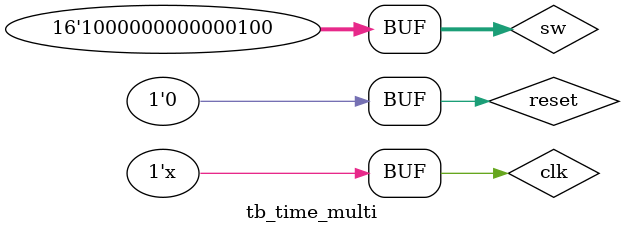
<source format=v>
`timescale 1ns / 1ps

module tb_time_multi();

reg clk;
wire slow_clk;

reg reset;
reg [15:0] sw;

wire [3:0] an;
wire [6:0] sseg;

time_multi ul(
    .clk(clk),
    .slow_clk(slow_clk),
    .reset(reset),
    .sw(sw),
    .an(an),
    .sseg(sseg)
); 


initial
begin

clk = 0;
reset = 0;
sw = 0;

#10
reset = 1;
#10
reset = 0;

#50
sw[15] = 1; sw[14] = 0; sw[13] = 0; sw[12] = 0; sw[11] = 0; sw[10] = 0; sw[9] = 0; sw[8] = 0; sw[7] = 0; sw[6] = 0; sw[5] = 0; sw[4] = 0; sw[3] = 0; sw[2] = 0; sw[1] = 0; sw[0] = 0;

#50
sw[15] = 0; sw[14] = 0; sw[13] = 0; sw[12] = 0; sw[11] = 0; sw[10] = 1; sw[9] = 0; sw[8] = 0; sw[7] = 0; sw[6] = 0; sw[5] = 0; sw[4] = 0; sw[3] = 0; sw[2] = 0; sw[1] = 0; sw[0] = 0;

#50
sw[15] = 0; sw[14] = 0; sw[13] = 0; sw[12] = 0; sw[11] = 0; sw[10] = 0; sw[9] = 0; sw[8] = 0; sw[7] = 0; sw[6] = 1; sw[5] = 0; sw[4] = 0; sw[3] = 0; sw[2] = 0; sw[1] = 0; sw[0] = 0;

#50
sw[15] = 0; sw[14] = 0; sw[13] = 0; sw[12] = 0; sw[11] = 0; sw[10] = 0; sw[9] = 0; sw[8] = 0; sw[7] = 0; sw[6] = 0; sw[5] = 0; sw[4] = 0; sw[3] = 0; sw[2] = 1; sw[1] = 0; sw[0] = 0;

#50
sw[15] = 1; sw[14] = 0; sw[13] = 0; sw[12] = 0; sw[11] = 0; sw[10] = 0; sw[9] = 0; sw[8] = 0; sw[7] = 0; sw[6] = 0; sw[5] = 0; sw[4] = 0; sw[3] = 0; sw[2] = 1; sw[1] = 0; sw[0] = 0;

end

always
#5 clk = ~clk;

endmodule

</source>
